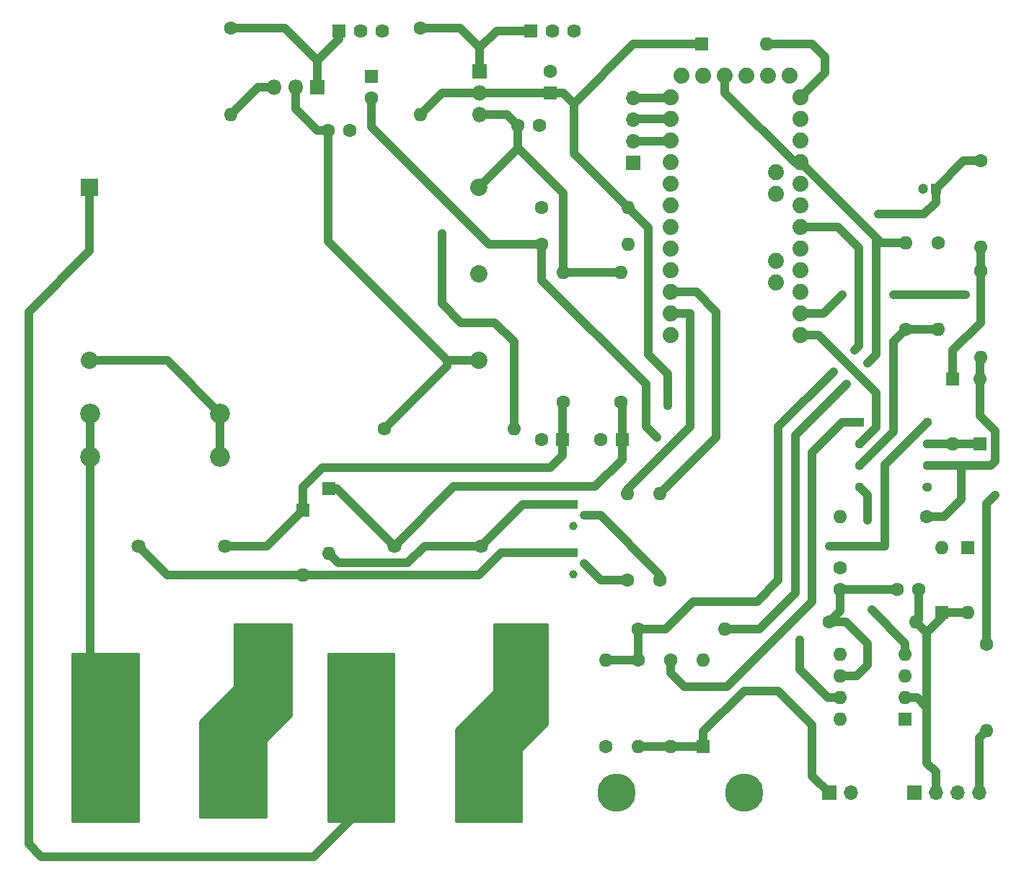
<source format=gbr>
%TF.GenerationSoftware,KiCad,Pcbnew,(5.1.10)-1*%
%TF.CreationDate,2022-04-20T23:12:05+01:00*%
%TF.ProjectId,EV_Charger2,45565f43-6861-4726-9765-72322e6b6963,rev?*%
%TF.SameCoordinates,Original*%
%TF.FileFunction,Copper,L1,Top*%
%TF.FilePolarity,Positive*%
%FSLAX46Y46*%
G04 Gerber Fmt 4.6, Leading zero omitted, Abs format (unit mm)*
G04 Created by KiCad (PCBNEW (5.1.10)-1) date 2022-04-20 23:12:05*
%MOMM*%
%LPD*%
G01*
G04 APERTURE LIST*
%TA.AperFunction,ComponentPad*%
%ADD10R,1.600000X1.600000*%
%TD*%
%TA.AperFunction,ComponentPad*%
%ADD11O,1.600000X1.600000*%
%TD*%
%TA.AperFunction,ComponentPad*%
%ADD12C,1.600000*%
%TD*%
%TA.AperFunction,ComponentPad*%
%ADD13O,2.670000X5.340000*%
%TD*%
%TA.AperFunction,ComponentPad*%
%ADD14O,5.850000X2.925000*%
%TD*%
%TA.AperFunction,ComponentPad*%
%ADD15C,1.635000*%
%TD*%
%TA.AperFunction,ComponentPad*%
%ADD16C,1.000000*%
%TD*%
%TA.AperFunction,ComponentPad*%
%ADD17R,1.000000X1.000000*%
%TD*%
%TA.AperFunction,ComponentPad*%
%ADD18R,1.620000X1.620000*%
%TD*%
%TA.AperFunction,ComponentPad*%
%ADD19C,1.620000*%
%TD*%
%TA.AperFunction,ComponentPad*%
%ADD20C,2.350000*%
%TD*%
%TA.AperFunction,ComponentPad*%
%ADD21C,1.130000*%
%TD*%
%TA.AperFunction,ComponentPad*%
%ADD22R,1.130000X1.130000*%
%TD*%
%TA.AperFunction,ComponentPad*%
%ADD23O,1.700000X1.700000*%
%TD*%
%TA.AperFunction,ComponentPad*%
%ADD24R,1.700000X1.700000*%
%TD*%
%TA.AperFunction,ComponentPad*%
%ADD25C,4.500880*%
%TD*%
%TA.AperFunction,ComponentPad*%
%ADD26R,1.800000X1.800000*%
%TD*%
%TA.AperFunction,ComponentPad*%
%ADD27O,1.800000X1.800000*%
%TD*%
%TA.AperFunction,ComponentPad*%
%ADD28C,1.879600*%
%TD*%
%TA.AperFunction,ComponentPad*%
%ADD29C,2.030000*%
%TD*%
%TA.AperFunction,ComponentPad*%
%ADD30R,2.030000X2.030000*%
%TD*%
%TA.AperFunction,ComponentPad*%
%ADD31R,1.200000X1.200000*%
%TD*%
%TA.AperFunction,ComponentPad*%
%ADD32C,1.200000*%
%TD*%
%TA.AperFunction,ViaPad*%
%ADD33C,0.800000*%
%TD*%
%TA.AperFunction,Conductor*%
%ADD34C,1.000000*%
%TD*%
%TA.AperFunction,Conductor*%
%ADD35C,0.254000*%
%TD*%
%TA.AperFunction,Conductor*%
%ADD36C,0.100000*%
%TD*%
G04 APERTURE END LIST*
D10*
%TO.P,D7,1*%
%TO.N,+12V*%
X203000000Y-24000000D03*
D11*
%TO.P,D7,2*%
%TO.N,Net-(D7-Pad2)*%
X210620000Y-24000000D03*
%TD*%
D12*
%TO.P,R12,1*%
%TO.N,/GFCI*%
X235750000Y-37750000D03*
D11*
%TO.P,R12,2*%
%TO.N,Net-(D4-Pad1)*%
X235750000Y-47910000D03*
%TD*%
D12*
%TO.P,R11,1*%
%TO.N,-15V*%
X165750000Y-69250000D03*
D11*
%TO.P,R11,2*%
%TO.N,+15V*%
X180990000Y-69250000D03*
%TD*%
D13*
%TO.P,K1,3*%
%TO.N,/N_Out*%
X181875000Y-95000000D03*
D14*
%TO.P,K1,4*%
%TO.N,/N_In*%
X163125000Y-98430000D03*
D15*
%TO.P,K1,2*%
%TO.N,Net-(D5-Pad2)*%
X177095000Y-82990000D03*
%TO.P,K1,1*%
%TO.N,Net-(C4-Pad1)*%
X166935000Y-82990000D03*
%TD*%
D12*
%TO.P,R14,1*%
%TO.N,Net-(C5-Pad1)*%
X186750000Y-66040000D03*
D11*
%TO.P,R14,2*%
%TO.N,+15V*%
X186750000Y-50800000D03*
%TD*%
D12*
%TO.P,R13,1*%
%TO.N,Net-(C4-Pad1)*%
X193548000Y-66040000D03*
D11*
%TO.P,R13,2*%
%TO.N,+15V*%
X193548000Y-50800000D03*
%TD*%
D16*
%TO.P,Q2,2*%
%TO.N,Net-(Q2-Pad2)*%
X189230000Y-85020000D03*
%TO.P,Q2,3*%
%TO.N,Earth*%
X187960000Y-86290000D03*
D17*
%TO.P,Q2,1*%
%TO.N,Net-(D6-Pad2)*%
X187960000Y-83750000D03*
%TD*%
D12*
%TO.P,R17,1*%
%TO.N,-12V*%
X184250000Y-47500000D03*
D11*
%TO.P,R17,2*%
%TO.N,Earth*%
X194410000Y-47500000D03*
%TD*%
D12*
%TO.P,R3,1*%
%TO.N,Earth*%
X184250000Y-43250000D03*
D11*
%TO.P,R3,2*%
%TO.N,+12V*%
X194410000Y-43250000D03*
%TD*%
D18*
%TO.P,RV2,1*%
%TO.N,Net-(R19-Pad1)*%
X160460000Y-22500000D03*
D19*
%TO.P,RV2,2*%
%TO.N,Earth*%
X163000000Y-22500000D03*
%TO.P,RV2,3*%
X165540000Y-22500000D03*
%TD*%
D18*
%TO.P,RV1,1*%
%TO.N,Net-(R18-Pad1)*%
X182960000Y-22500000D03*
D19*
%TO.P,RV1,2*%
%TO.N,Earth*%
X185500000Y-22500000D03*
%TO.P,RV1,3*%
X188040000Y-22500000D03*
%TD*%
D20*
%TO.P,F1,2*%
%TO.N,/L_In*%
X131180000Y-72500000D03*
X131180000Y-67420000D03*
%TO.P,F1,1*%
%TO.N,Net-(F1-Pad1)*%
X146500000Y-72500000D03*
X146500000Y-67420000D03*
%TD*%
D21*
%TO.P,U3,8*%
%TO.N,+12V*%
X229490000Y-68445000D03*
%TO.P,U3,7*%
%TO.N,Net-(D3-Pad1)*%
X229490000Y-70985000D03*
%TO.P,U3,6*%
%TO.N,Net-(D3-Pad2)*%
X229490000Y-73525000D03*
%TO.P,U3,5*%
%TO.N,Earth*%
X229490000Y-76065000D03*
%TO.P,U3,4*%
%TO.N,-12V*%
X221550000Y-76065000D03*
%TO.P,U3,3*%
%TO.N,Net-(R5-Pad1)*%
X221550000Y-73525000D03*
%TO.P,U3,2*%
%TO.N,/PWM*%
X221550000Y-70985000D03*
D22*
%TO.P,U3,1*%
%TO.N,Net-(R8-Pad1)*%
X221550000Y-68445000D03*
%TD*%
D23*
%TO.P,J3,2*%
%TO.N,Earth*%
X220540000Y-112000000D03*
D24*
%TO.P,J3,1*%
%TO.N,Net-(J3-Pad1)*%
X218000000Y-112000000D03*
%TD*%
D25*
%TO.P,GND,1*%
%TO.N,Earth*%
X208000000Y-112000000D03*
%TD*%
%TO.P,GND,1*%
%TO.N,Earth*%
X193000000Y-112000000D03*
%TD*%
%TO.P,N Out,1*%
%TO.N,/N_Out*%
X178000000Y-112000000D03*
%TD*%
%TO.P,N In,1*%
%TO.N,/N_In*%
X163000000Y-112000000D03*
%TD*%
%TO.P,L Out,1*%
%TO.N,/L_Out*%
X148000000Y-112000000D03*
%TD*%
%TO.P,L In,1*%
%TO.N,/L_In*%
X133000000Y-112000000D03*
%TD*%
D12*
%TO.P,R20,1*%
%TO.N,/PWM_Read*%
X195580000Y-92710000D03*
D11*
%TO.P,R20,2*%
%TO.N,+5V*%
X205740000Y-92710000D03*
%TD*%
D12*
%TO.P,R19,1*%
%TO.N,Net-(R19-Pad1)*%
X147755000Y-22115000D03*
D11*
%TO.P,R19,2*%
%TO.N,-12V*%
X147755000Y-32275000D03*
%TD*%
D12*
%TO.P,R18,1*%
%TO.N,Net-(R18-Pad1)*%
X169980000Y-22115000D03*
D11*
%TO.P,R18,2*%
%TO.N,+12V*%
X169980000Y-32275000D03*
%TD*%
D24*
%TO.P,J2,1*%
%TO.N,Earth*%
X195000000Y-38000000D03*
D23*
%TO.P,J2,2*%
%TO.N,Net-(J2-Pad2)*%
X195000000Y-35460000D03*
%TO.P,J2,3*%
%TO.N,Net-(J2-Pad3)*%
X195000000Y-32920000D03*
%TO.P,J2,4*%
%TO.N,Net-(J2-Pad4)*%
X195000000Y-30380000D03*
%TD*%
D10*
%TO.P,C9,1*%
%TO.N,Earth*%
X164265000Y-27830000D03*
D12*
%TO.P,C9,2*%
%TO.N,-12V*%
X164265000Y-30330000D03*
%TD*%
D10*
%TO.P,C8,1*%
%TO.N,+12V*%
X185220000Y-29735000D03*
D12*
%TO.P,C8,2*%
%TO.N,Earth*%
X185220000Y-27235000D03*
%TD*%
%TO.P,C7,1*%
%TO.N,-15V*%
X159185000Y-34180000D03*
%TO.P,C7,2*%
%TO.N,Earth*%
X161685000Y-34180000D03*
%TD*%
%TO.P,C6,1*%
%TO.N,Earth*%
X183950000Y-33545000D03*
%TO.P,C6,2*%
%TO.N,+15V*%
X181450000Y-33545000D03*
%TD*%
D26*
%TO.P,U6,1*%
%TO.N,Net-(R19-Pad1)*%
X157915000Y-29100000D03*
D27*
%TO.P,U6,2*%
%TO.N,-15V*%
X155375000Y-29100000D03*
%TO.P,U6,3*%
%TO.N,-12V*%
X152835000Y-29100000D03*
%TD*%
D26*
%TO.P,U5,1*%
%TO.N,Net-(R18-Pad1)*%
X176965000Y-27195000D03*
D27*
%TO.P,U5,2*%
%TO.N,+12V*%
X176965000Y-29735000D03*
%TO.P,U5,3*%
%TO.N,+15V*%
X176965000Y-32275000D03*
%TD*%
D10*
%TO.P,TVS1,1*%
%TO.N,Net-(J3-Pad1)*%
X203200000Y-106585000D03*
D11*
%TO.P,TVS1,2*%
%TO.N,Earth*%
X203200000Y-96425000D03*
%TD*%
D12*
%TO.P,R16,1*%
%TO.N,Net-(Q2-Pad2)*%
X194310000Y-86995000D03*
D11*
%TO.P,R16,2*%
%TO.N,/Relay_2_Drive*%
X194310000Y-76835000D03*
%TD*%
D12*
%TO.P,R15,1*%
%TO.N,Net-(Q1-Pad2)*%
X198120000Y-86995000D03*
D11*
%TO.P,R15,2*%
%TO.N,/Relay_1_Drive*%
X198120000Y-76835000D03*
%TD*%
D12*
%TO.P,R10,1*%
%TO.N,Earth*%
X191770000Y-106585000D03*
D11*
%TO.P,R10,2*%
%TO.N,/PWM_Read*%
X191770000Y-96425000D03*
%TD*%
D12*
%TO.P,R9,1*%
%TO.N,/PWM_Read*%
X195580000Y-96425000D03*
D11*
%TO.P,R9,2*%
%TO.N,Net-(J3-Pad1)*%
X195580000Y-106585000D03*
%TD*%
D12*
%TO.P,R8,1*%
%TO.N,Net-(R8-Pad1)*%
X199390000Y-96425000D03*
D11*
%TO.P,R8,2*%
%TO.N,Net-(J3-Pad1)*%
X199390000Y-106585000D03*
%TD*%
D12*
%TO.P,R7,1*%
%TO.N,Net-(D4-Pad1)*%
X235750000Y-50665000D03*
D11*
%TO.P,R7,2*%
%TO.N,Net-(D3-Pad2)*%
X235750000Y-60825000D03*
%TD*%
D12*
%TO.P,R6,1*%
%TO.N,Earth*%
X230765000Y-47365000D03*
D11*
%TO.P,R6,2*%
%TO.N,Net-(R5-Pad1)*%
X230765000Y-57525000D03*
%TD*%
D12*
%TO.P,R5,1*%
%TO.N,Net-(R5-Pad1)*%
X226955000Y-57525000D03*
D11*
%TO.P,R5,2*%
%TO.N,+5V*%
X226955000Y-47365000D03*
%TD*%
D12*
%TO.P,R4,1*%
%TO.N,Net-(D3-Pad2)*%
X229465000Y-79500000D03*
D11*
%TO.P,R4,2*%
%TO.N,Net-(C2-Pad1)*%
X219305000Y-79500000D03*
%TD*%
D12*
%TO.P,R2,1*%
%TO.N,Net-(C1-Pad1)*%
X218035000Y-91940000D03*
D11*
%TO.P,R2,2*%
%TO.N,Net-(C1-Pad2)*%
X228195000Y-91940000D03*
%TD*%
D12*
%TO.P,R1,1*%
%TO.N,/GFCI_Test*%
X236500000Y-94500000D03*
D11*
%TO.P,R1,2*%
%TO.N,Net-(J1-Pad4)*%
X236500000Y-104660000D03*
%TD*%
D28*
%TO.P,U1,JP1_1*%
%TO.N,Net-(U1-PadJP1_1)*%
X213350000Y-27760000D03*
%TO.P,U1,JP1_2*%
%TO.N,Net-(U1-PadJP1_2)*%
X210810000Y-27760000D03*
%TO.P,U1,JP1_3*%
%TO.N,Net-(U1-PadJP1_3)*%
X208270000Y-27760000D03*
%TO.P,U1,JP1_4*%
%TO.N,+5V*%
X205730000Y-27760000D03*
%TO.P,U1,JP1_5*%
%TO.N,Earth*%
X203190000Y-27760000D03*
%TO.P,U1,JP1_6*%
X200650000Y-27760000D03*
%TO.P,U1,JP2_1*%
%TO.N,Net-(U1-PadJP2_1)*%
X211699000Y-41603000D03*
%TO.P,U1,JP2_2*%
%TO.N,Net-(U1-PadJP2_2)*%
X211699000Y-39063000D03*
%TO.P,U1,JP3_2*%
%TO.N,Net-(U1-PadJP3_2)*%
X211699000Y-49477000D03*
%TO.P,U1,JP3_1*%
%TO.N,Net-(U1-PadJP3_1)*%
X211699000Y-52017000D03*
%TO.P,U1,JP6_1*%
%TO.N,Net-(D7-Pad2)*%
X214620000Y-30300000D03*
%TO.P,U1,JP6_2*%
%TO.N,Earth*%
X214620000Y-32840000D03*
%TO.P,U1,JP6_3*%
%TO.N,Net-(U1-PadJP6_3)*%
X214620000Y-35380000D03*
%TO.P,U1,JP6_4*%
%TO.N,+5V*%
X214620000Y-37920000D03*
%TO.P,U1,JP6_5*%
%TO.N,Net-(U1-PadJP6_5)*%
X214620000Y-40460000D03*
%TO.P,U1,JP6_6*%
%TO.N,Net-(U1-PadJP6_6)*%
X214620000Y-43000000D03*
%TO.P,U1,JP6_7*%
%TO.N,/PWM_Read*%
X214620000Y-45540000D03*
%TO.P,U1,JP6_8*%
%TO.N,/GFCI*%
X214620000Y-48080000D03*
%TO.P,U1,JP6_9*%
%TO.N,Net-(U1-PadJP6_9)*%
X214620000Y-50620000D03*
%TO.P,U1,JP6_10*%
%TO.N,Net-(U1-PadJP6_10)*%
X214620000Y-53160000D03*
%TO.P,U1,JP6_11*%
%TO.N,/GFCI_Test*%
X214620000Y-55700000D03*
%TO.P,U1,JP6_12*%
%TO.N,/PWM*%
X214620000Y-58240000D03*
%TO.P,U1,JP7_1*%
%TO.N,Net-(U1-PadJP7_1)*%
X199380000Y-58240000D03*
%TO.P,U1,JP7_2*%
%TO.N,/Relay_2_Drive*%
X199380000Y-55700000D03*
%TO.P,U1,JP7_3*%
%TO.N,/Relay_1_Drive*%
X199380000Y-53160000D03*
%TO.P,U1,JP7_4*%
%TO.N,Net-(U1-PadJP7_4)*%
X199380000Y-50620000D03*
%TO.P,U1,JP7_5*%
%TO.N,Net-(U1-PadJP7_5)*%
X199380000Y-48080000D03*
%TO.P,U1,JP7_6*%
%TO.N,Net-(U1-PadJP7_6)*%
X199380000Y-45540000D03*
%TO.P,U1,JP7_7*%
%TO.N,Net-(U1-PadJP7_7)*%
X199380000Y-43000000D03*
%TO.P,U1,JP7_8*%
%TO.N,Net-(U1-PadJP7_8)*%
X199380000Y-40460000D03*
%TO.P,U1,JP7_9*%
%TO.N,Earth*%
X199380000Y-37920000D03*
%TO.P,U1,JP7_10*%
%TO.N,Net-(J2-Pad2)*%
X199380000Y-35380000D03*
%TO.P,U1,JP7_11*%
%TO.N,Net-(J2-Pad3)*%
X199380000Y-32840000D03*
%TO.P,U1,JP7_12*%
%TO.N,Net-(J2-Pad4)*%
X199380000Y-30300000D03*
%TD*%
D29*
%TO.P,PS1,3*%
%TO.N,-15V*%
X176860000Y-61160000D03*
%TO.P,PS1,5*%
%TO.N,+15V*%
X176860000Y-40840000D03*
%TO.P,PS1,4*%
%TO.N,Earth*%
X176860000Y-51000000D03*
%TO.P,PS1,2*%
%TO.N,Net-(F1-Pad1)*%
X131140000Y-61160000D03*
D30*
%TO.P,PS1,1*%
%TO.N,/N_In*%
X131140000Y-40840000D03*
%TD*%
D13*
%TO.P,K2,3*%
%TO.N,/L_Out*%
X151875000Y-95000000D03*
D14*
%TO.P,K2,4*%
%TO.N,/L_In*%
X133125000Y-98430000D03*
D15*
%TO.P,K2,2*%
%TO.N,Net-(C5-Pad1)*%
X147095000Y-82990000D03*
%TO.P,K2,1*%
%TO.N,Net-(D6-Pad2)*%
X136935000Y-82990000D03*
%TD*%
D10*
%TO.P,U2,1*%
%TO.N,Net-(U2-Pad1)*%
X226925000Y-103370000D03*
D11*
%TO.P,U2,5*%
%TO.N,Net-(U2-Pad5)*%
X219305000Y-95750000D03*
%TO.P,U2,2*%
%TO.N,Net-(C1-Pad2)*%
X226925000Y-100830000D03*
%TO.P,U2,6*%
%TO.N,Net-(C1-Pad1)*%
X219305000Y-98290000D03*
%TO.P,U2,3*%
%TO.N,Earth*%
X226925000Y-98290000D03*
%TO.P,U2,7*%
%TO.N,+12V*%
X219305000Y-100830000D03*
%TO.P,U2,4*%
%TO.N,-12V*%
X226925000Y-95750000D03*
%TO.P,U2,8*%
%TO.N,Net-(U2-Pad8)*%
X219305000Y-103370000D03*
%TD*%
D16*
%TO.P,Q1,2*%
%TO.N,Net-(Q1-Pad2)*%
X189230000Y-79375000D03*
%TO.P,Q1,3*%
%TO.N,Earth*%
X187960000Y-80645000D03*
D17*
%TO.P,Q1,1*%
%TO.N,Net-(D5-Pad2)*%
X187960000Y-78105000D03*
%TD*%
D24*
%TO.P,J1,1*%
%TO.N,Earth*%
X228000000Y-112000000D03*
D23*
%TO.P,J1,2*%
%TO.N,Net-(C1-Pad2)*%
X230540000Y-112000000D03*
%TO.P,J1,3*%
%TO.N,Earth*%
X233080000Y-112000000D03*
%TO.P,J1,4*%
%TO.N,Net-(J1-Pad4)*%
X235620000Y-112000000D03*
%TD*%
D10*
%TO.P,D6,1*%
%TO.N,Net-(C5-Pad1)*%
X156210000Y-78750000D03*
D11*
%TO.P,D6,2*%
%TO.N,Net-(D6-Pad2)*%
X156210000Y-86370000D03*
%TD*%
D10*
%TO.P,D5,1*%
%TO.N,Net-(C4-Pad1)*%
X159250000Y-76250000D03*
D11*
%TO.P,D5,2*%
%TO.N,Net-(D5-Pad2)*%
X159250000Y-83870000D03*
%TD*%
D10*
%TO.P,D4,1*%
%TO.N,Net-(D4-Pad1)*%
X232505000Y-63365000D03*
D11*
%TO.P,D4,2*%
%TO.N,Net-(D3-Pad1)*%
X232505000Y-70985000D03*
%TD*%
D10*
%TO.P,D3,1*%
%TO.N,Net-(D3-Pad1)*%
X235680000Y-70985000D03*
D11*
%TO.P,D3,2*%
%TO.N,Net-(D3-Pad2)*%
X235680000Y-63365000D03*
%TD*%
D10*
%TO.P,D2,1*%
%TO.N,Net-(C1-Pad2)*%
X231250000Y-90820000D03*
D11*
%TO.P,D2,2*%
%TO.N,Earth*%
X231250000Y-83200000D03*
%TD*%
D10*
%TO.P,D1,1*%
%TO.N,Earth*%
X234250000Y-83200000D03*
D11*
%TO.P,D1,2*%
%TO.N,Net-(C1-Pad2)*%
X234250000Y-90820000D03*
%TD*%
D10*
%TO.P,C5,1*%
%TO.N,Net-(C5-Pad1)*%
X186690000Y-70485000D03*
D12*
%TO.P,C5,2*%
%TO.N,Earth*%
X184190000Y-70485000D03*
%TD*%
D10*
%TO.P,C4,1*%
%TO.N,Net-(C4-Pad1)*%
X193675000Y-70485000D03*
D12*
%TO.P,C4,2*%
%TO.N,Earth*%
X191175000Y-70485000D03*
%TD*%
D31*
%TO.P,C3,1*%
%TO.N,/GFCI*%
X230500000Y-41000000D03*
D32*
%TO.P,C3,2*%
%TO.N,Earth*%
X229000000Y-41000000D03*
%TD*%
D12*
%TO.P,C2,1*%
%TO.N,Net-(C2-Pad1)*%
X219305000Y-85590000D03*
%TO.P,C2,2*%
%TO.N,Net-(C1-Pad1)*%
X219305000Y-88090000D03*
%TD*%
%TO.P,C1,1*%
%TO.N,Net-(C1-Pad1)*%
X226000000Y-88130000D03*
%TO.P,C1,2*%
%TO.N,Net-(C1-Pad2)*%
X228500000Y-88130000D03*
%TD*%
D33*
%TO.N,+5V*%
X220000000Y-64000000D03*
X222500000Y-61500000D03*
%TO.N,+12V*%
X214500000Y-94000000D03*
X218000000Y-83000000D03*
X199000000Y-66500000D03*
%TO.N,-12V*%
X223000000Y-90500000D03*
X222500000Y-80000000D03*
X197750000Y-70250000D03*
%TO.N,/GFCI*%
X223750000Y-44000000D03*
%TO.N,/GFCI_Test*%
X237500000Y-77000000D03*
X234000000Y-53500000D03*
X225500000Y-53500000D03*
X219500000Y-53500000D03*
%TO.N,/PWM_Read*%
X218500000Y-62500000D03*
X221000000Y-60000000D03*
%TO.N,+15V*%
X172500000Y-46250000D03*
%TD*%
D34*
%TO.N,Net-(C1-Pad1)*%
X218035000Y-91940000D02*
X219940000Y-91940000D01*
X219940000Y-91940000D02*
X222480000Y-94480000D01*
X222480000Y-94480000D02*
X222480000Y-97020000D01*
X221210000Y-98290000D02*
X222480000Y-97020000D01*
X219305000Y-98290000D02*
X221210000Y-98290000D01*
X219345000Y-88130000D02*
X219305000Y-88090000D01*
X226000000Y-88130000D02*
X219345000Y-88130000D01*
X219305000Y-90670000D02*
X218035000Y-91940000D01*
X219305000Y-88090000D02*
X219305000Y-90670000D01*
%TO.N,Net-(C1-Pad2)*%
X230540000Y-109540000D02*
X230540000Y-112000000D01*
X229465000Y-108465000D02*
X230540000Y-109540000D01*
X228195000Y-91940000D02*
X229465000Y-93210000D01*
X228330000Y-100830000D02*
X229465000Y-101965000D01*
X226925000Y-100830000D02*
X228330000Y-100830000D01*
X229465000Y-101965000D02*
X229465000Y-108465000D01*
X229465000Y-93210000D02*
X229465000Y-101965000D01*
X234250000Y-90820000D02*
X231250000Y-90820000D01*
X231250000Y-91425000D02*
X229465000Y-93210000D01*
X231250000Y-90820000D02*
X231250000Y-91425000D01*
X228500000Y-91635000D02*
X228195000Y-91940000D01*
X228500000Y-88130000D02*
X228500000Y-91635000D01*
%TO.N,Earth*%
X184150000Y-70445000D02*
X184190000Y-70485000D01*
X229465000Y-76090000D02*
X229490000Y-76065000D01*
%TO.N,Net-(C4-Pad1)*%
X193675000Y-66167000D02*
X193548000Y-66040000D01*
X193675000Y-70485000D02*
X193675000Y-66167000D01*
X193675000Y-72825000D02*
X190500000Y-76000000D01*
X193675000Y-70485000D02*
X193675000Y-72825000D01*
X173925000Y-76000000D02*
X166935000Y-82990000D01*
X190500000Y-76000000D02*
X173925000Y-76000000D01*
X160195000Y-76250000D02*
X159250000Y-76250000D01*
X166935000Y-82990000D02*
X160195000Y-76250000D01*
%TO.N,Net-(D3-Pad1)*%
X229490000Y-70985000D02*
X232505000Y-70985000D01*
X235680000Y-70985000D02*
X232505000Y-70985000D01*
%TO.N,Net-(D5-Pad2)*%
X181980000Y-78105000D02*
X177095000Y-82990000D01*
X187960000Y-78105000D02*
X181980000Y-78105000D01*
X177095000Y-82990000D02*
X170510000Y-82990000D01*
X170510000Y-82990000D02*
X168500000Y-85000000D01*
X160380000Y-85000000D02*
X159250000Y-83870000D01*
X168500000Y-85000000D02*
X160380000Y-85000000D01*
%TO.N,Net-(J1-Pad4)*%
X235620000Y-105540000D02*
X236500000Y-104660000D01*
X235620000Y-112000000D02*
X235620000Y-105540000D01*
%TO.N,Net-(Q1-Pad2)*%
X189230000Y-79375000D02*
X191135000Y-79375000D01*
X198120000Y-86360000D02*
X198120000Y-86995000D01*
X191135000Y-79375000D02*
X198120000Y-86360000D01*
%TO.N,Net-(Q2-Pad2)*%
X191205000Y-86995000D02*
X189230000Y-85020000D01*
X194310000Y-86995000D02*
X191205000Y-86995000D01*
%TO.N,+5V*%
X205740000Y-92710000D02*
X209790000Y-92710000D01*
X209790000Y-92710000D02*
X214000000Y-88500000D01*
X214000000Y-88500000D02*
X214000000Y-71500000D01*
X214620000Y-37920000D02*
X213920000Y-37920000D01*
X205730000Y-29730000D02*
X205730000Y-27760000D01*
X213920000Y-37920000D02*
X205730000Y-29730000D01*
X214620000Y-37920000D02*
X223500000Y-46800000D01*
X224065000Y-47365000D02*
X223500000Y-46800000D01*
X226955000Y-47365000D02*
X224065000Y-47365000D01*
X214000000Y-71500000D02*
X214000000Y-70000000D01*
X214000000Y-70000000D02*
X220000000Y-64000000D01*
X223500000Y-50820000D02*
X223500000Y-46800000D01*
X223500000Y-60500000D02*
X223500000Y-50820000D01*
X222500000Y-61500000D02*
X223500000Y-60500000D01*
%TO.N,Net-(R5-Pad1)*%
X230765000Y-57525000D02*
X226955000Y-57525000D01*
X225500000Y-58980000D02*
X226955000Y-57525000D01*
X225500000Y-69575000D02*
X225500000Y-58980000D01*
X221550000Y-73525000D02*
X225500000Y-69575000D01*
%TO.N,Net-(R8-Pad1)*%
X199390000Y-96425000D02*
X199390000Y-97890000D01*
X199390000Y-97890000D02*
X201000000Y-99500000D01*
X201000000Y-99500000D02*
X206000000Y-99500000D01*
X206000000Y-99500000D02*
X216000000Y-89500000D01*
X216000000Y-89500000D02*
X216000000Y-72000000D01*
X219555000Y-68445000D02*
X221550000Y-68445000D01*
X216000000Y-72000000D02*
X219555000Y-68445000D01*
%TO.N,+12V*%
X172520000Y-29735000D02*
X169980000Y-32275000D01*
X176965000Y-29735000D02*
X172520000Y-29735000D01*
X176965000Y-29735000D02*
X185220000Y-29735000D01*
X185220000Y-29735000D02*
X186235000Y-29735000D01*
X219305000Y-100830000D02*
X217830000Y-100830000D01*
X217830000Y-100830000D02*
X214500000Y-97500000D01*
X214500000Y-97500000D02*
X214500000Y-94000000D01*
X218000000Y-83000000D02*
X224500000Y-83000000D01*
X224500000Y-73435000D02*
X229490000Y-68445000D01*
X224500000Y-83000000D02*
X224500000Y-73435000D01*
X195000000Y-24000000D02*
X188000000Y-31000000D01*
X186735000Y-29735000D02*
X188000000Y-31000000D01*
X185220000Y-29735000D02*
X186735000Y-29735000D01*
X199000000Y-66500000D02*
X199000000Y-62750000D01*
X199000000Y-62750000D02*
X196750000Y-60500000D01*
X196750000Y-45590000D02*
X194410000Y-43250000D01*
X196750000Y-60500000D02*
X196750000Y-45590000D01*
X188000000Y-36840000D02*
X194410000Y-43250000D01*
X188000000Y-31000000D02*
X188000000Y-36840000D01*
X195000000Y-24000000D02*
X203000000Y-24000000D01*
%TO.N,-12V*%
X150930000Y-29100000D02*
X147755000Y-32275000D01*
X152835000Y-29100000D02*
X150930000Y-29100000D01*
X226925000Y-95750000D02*
X226925000Y-94425000D01*
X226925000Y-94425000D02*
X223000000Y-90500000D01*
X222500000Y-77015000D02*
X221550000Y-76065000D01*
X222500000Y-80000000D02*
X222500000Y-77015000D01*
X164265000Y-31765000D02*
X164265000Y-30330000D01*
X164265000Y-33765000D02*
X164265000Y-31765000D01*
X178000000Y-47500000D02*
X164265000Y-33765000D01*
X184250000Y-47500000D02*
X178000000Y-47500000D01*
X197750000Y-70250000D02*
X196500000Y-69000000D01*
X196500000Y-69000000D02*
X196500000Y-64000000D01*
X184250000Y-51750000D02*
X184250000Y-47500000D01*
X196500000Y-64000000D02*
X184250000Y-51750000D01*
%TO.N,/GFCI*%
X233750000Y-37750000D02*
X230500000Y-41000000D01*
X235750000Y-37750000D02*
X233750000Y-37750000D01*
X229100000Y-44000000D02*
X230500000Y-42600000D01*
X230500000Y-42600000D02*
X230500000Y-41000000D01*
X223750000Y-44000000D02*
X229100000Y-44000000D01*
%TO.N,Net-(J2-Pad2)*%
X199300000Y-35460000D02*
X199380000Y-35380000D01*
X195000000Y-35460000D02*
X199300000Y-35460000D01*
%TO.N,Net-(J2-Pad3)*%
X195080000Y-32840000D02*
X195000000Y-32920000D01*
X199380000Y-32840000D02*
X195080000Y-32840000D01*
%TO.N,Net-(J2-Pad4)*%
X199300000Y-30380000D02*
X199380000Y-30300000D01*
X195000000Y-30380000D02*
X199300000Y-30380000D01*
%TO.N,/GFCI_Test*%
X236500000Y-94500000D02*
X236500000Y-78000000D01*
X236500000Y-78000000D02*
X237500000Y-77000000D01*
X234000000Y-53500000D02*
X225500000Y-53500000D01*
X217300000Y-55700000D02*
X219500000Y-53500000D01*
X214620000Y-55700000D02*
X217300000Y-55700000D01*
%TO.N,Net-(R18-Pad1)*%
X169980000Y-22115000D02*
X174615000Y-22115000D01*
X176965000Y-24465000D02*
X176965000Y-27195000D01*
X174615000Y-22115000D02*
X176965000Y-24465000D01*
X178930000Y-22500000D02*
X176965000Y-24465000D01*
X182960000Y-22500000D02*
X178930000Y-22500000D01*
%TO.N,/PWM_Read*%
X191770000Y-96425000D02*
X195580000Y-96425000D01*
X195580000Y-92710000D02*
X195580000Y-96425000D01*
X195580000Y-92710000D02*
X198790000Y-92710000D01*
X198790000Y-92710000D02*
X202000000Y-89500000D01*
X202000000Y-89500000D02*
X209500000Y-89500000D01*
X209500000Y-89500000D02*
X212000000Y-87000000D01*
X212000000Y-87000000D02*
X212000000Y-80500000D01*
X212000000Y-69000000D02*
X218500000Y-62500000D01*
X212000000Y-80500000D02*
X212000000Y-69000000D01*
X221000000Y-60000000D02*
X221500000Y-59500000D01*
X214620000Y-45540000D02*
X219040000Y-45540000D01*
X221500000Y-48000000D02*
X221500000Y-59500000D01*
X219040000Y-45540000D02*
X221500000Y-48000000D01*
%TO.N,/Relay_2_Drive*%
X194310000Y-76360000D02*
X194310000Y-76835000D01*
X201700000Y-68970000D02*
X194310000Y-76360000D01*
X201700000Y-55700000D02*
X201700000Y-68970000D01*
X199380000Y-55700000D02*
X201700000Y-55700000D01*
%TO.N,/Relay_1_Drive*%
X202160000Y-53160000D02*
X199380000Y-53160000D01*
X202160000Y-53160000D02*
X202410000Y-53160000D01*
X198120000Y-76835000D02*
X204750000Y-70205000D01*
X204750000Y-55500000D02*
X202410000Y-53160000D01*
X204750000Y-70205000D02*
X204750000Y-55500000D01*
%TO.N,/PWM*%
X223500000Y-69035000D02*
X221550000Y-70985000D01*
X223500000Y-65000000D02*
X223500000Y-69035000D01*
X216740000Y-58240000D02*
X223500000Y-65000000D01*
X214620000Y-58240000D02*
X216740000Y-58240000D01*
%TO.N,Net-(D3-Pad2)*%
X235680000Y-67680000D02*
X237500000Y-69500000D01*
X235680000Y-67680000D02*
X235680000Y-63365000D01*
X237500000Y-69474998D02*
X237500000Y-73000000D01*
X235680000Y-63365000D02*
X235680000Y-60825000D01*
X236975000Y-73525000D02*
X237500000Y-73000000D01*
X229465000Y-79500000D02*
X231500000Y-79500000D01*
X233475000Y-77525000D02*
X233475000Y-73525000D01*
X231500000Y-79500000D02*
X233475000Y-77525000D01*
X233475000Y-73525000D02*
X236975000Y-73525000D01*
X229490000Y-73525000D02*
X233475000Y-73525000D01*
%TO.N,Net-(J3-Pad1)*%
X195580000Y-106585000D02*
X199390000Y-106585000D01*
X199390000Y-106585000D02*
X203200000Y-106585000D01*
X203200000Y-106585000D02*
X203200000Y-104800000D01*
X203200000Y-104800000D02*
X208000000Y-100000000D01*
X208000000Y-100000000D02*
X212000000Y-100000000D01*
X212000000Y-100000000D02*
X216000000Y-104000000D01*
X216000000Y-110000000D02*
X218000000Y-112000000D01*
X216000000Y-104000000D02*
X216000000Y-110000000D01*
%TO.N,/L_In*%
X133125000Y-98430000D02*
X133125000Y-97565000D01*
X131180000Y-67420000D02*
X131180000Y-72500000D01*
X131180000Y-96485000D02*
X133125000Y-98430000D01*
X131180000Y-72500000D02*
X131180000Y-96485000D01*
%TO.N,/N_In*%
X157500000Y-119500000D02*
X163000000Y-114000000D01*
X125500000Y-119500000D02*
X157500000Y-119500000D01*
X124000000Y-118000000D02*
X125500000Y-119500000D01*
X124000000Y-55480000D02*
X124000000Y-118000000D01*
X131140000Y-48340000D02*
X124000000Y-55480000D01*
X131140000Y-40840000D02*
X131140000Y-48340000D01*
%TO.N,Net-(F1-Pad1)*%
X146500000Y-72500000D02*
X146500000Y-67420000D01*
X140240000Y-61160000D02*
X146500000Y-67420000D01*
X131140000Y-61160000D02*
X140240000Y-61160000D01*
%TO.N,Net-(R19-Pad1)*%
X150295000Y-22115000D02*
X154105000Y-22115000D01*
X157915000Y-25925000D02*
X157915000Y-29100000D01*
X154105000Y-22115000D02*
X157915000Y-25925000D01*
X150295000Y-22115000D02*
X147755000Y-22115000D01*
X160460000Y-23380000D02*
X157915000Y-25925000D01*
X160460000Y-22500000D02*
X160460000Y-23380000D01*
%TO.N,+15V*%
X180180000Y-32275000D02*
X181450000Y-33545000D01*
X176965000Y-32275000D02*
X180180000Y-32275000D01*
X181450000Y-33545000D02*
X181450000Y-35490000D01*
X181450000Y-36250000D02*
X181450000Y-35490000D01*
X176860000Y-40840000D02*
X181450000Y-36250000D01*
X193548000Y-50800000D02*
X186750000Y-50800000D01*
X181450000Y-36250000D02*
X181500000Y-36250000D01*
X186750000Y-41500000D02*
X186750000Y-50800000D01*
X181500000Y-36250000D02*
X186750000Y-41500000D01*
X180990000Y-58990000D02*
X180990000Y-69250000D01*
X178750000Y-56750000D02*
X180990000Y-58990000D01*
X174750000Y-56750000D02*
X178750000Y-56750000D01*
X172500000Y-54500000D02*
X174750000Y-56750000D01*
X172500000Y-46250000D02*
X172500000Y-54500000D01*
%TO.N,-15V*%
X155375000Y-29100000D02*
X155375000Y-31640000D01*
X157915000Y-34180000D02*
X159185000Y-34180000D01*
X155375000Y-31640000D02*
X157915000Y-34180000D01*
X159185000Y-47185000D02*
X159185000Y-34180000D01*
X173160000Y-61160000D02*
X159185000Y-47185000D01*
X176860000Y-61160000D02*
X173160000Y-61160000D01*
X176860000Y-60630000D02*
X176860000Y-61160000D01*
X173160000Y-61840000D02*
X165750000Y-69250000D01*
X173160000Y-61160000D02*
X173160000Y-61840000D01*
%TO.N,Net-(C5-Pad1)*%
X151970000Y-82990000D02*
X156210000Y-78750000D01*
X147095000Y-82990000D02*
X151970000Y-82990000D01*
X186690000Y-70485000D02*
X186690000Y-72310000D01*
X186690000Y-72310000D02*
X185250000Y-73750000D01*
X185250000Y-73750000D02*
X158500000Y-73750000D01*
X156210000Y-76040000D02*
X156210000Y-78750000D01*
X158500000Y-73750000D02*
X156210000Y-76040000D01*
X186690000Y-66100000D02*
X186750000Y-66040000D01*
X186690000Y-70485000D02*
X186690000Y-66100000D01*
%TO.N,Net-(D6-Pad2)*%
X140315000Y-86370000D02*
X156210000Y-86370000D01*
X136935000Y-82990000D02*
X140315000Y-86370000D01*
X187960000Y-83750000D02*
X179500000Y-83750000D01*
X176880000Y-86370000D02*
X179500000Y-83750000D01*
X156210000Y-86370000D02*
X176880000Y-86370000D01*
%TO.N,Net-(D4-Pad1)*%
X235750000Y-50665000D02*
X235750000Y-47910000D01*
X232505000Y-59995000D02*
X232505000Y-63365000D01*
X235750000Y-56750000D02*
X232505000Y-59995000D01*
X235750000Y-50665000D02*
X235750000Y-56750000D01*
%TO.N,Net-(D7-Pad2)*%
X214620000Y-30300000D02*
X217500000Y-27420000D01*
X217500000Y-27420000D02*
X217500000Y-25500000D01*
X217500000Y-25500000D02*
X216000000Y-24000000D01*
X216000000Y-24000000D02*
X210620000Y-24000000D01*
%TD*%
D35*
%TO.N,/L_In*%
X136873000Y-115373000D02*
X129127000Y-115373000D01*
X129127000Y-95627000D01*
X136873000Y-95627000D01*
X136873000Y-115373000D01*
%TA.AperFunction,Conductor*%
D36*
G36*
X136873000Y-115373000D02*
G01*
X129127000Y-115373000D01*
X129127000Y-95627000D01*
X136873000Y-95627000D01*
X136873000Y-115373000D01*
G37*
%TD.AperFunction*%
%TD*%
D35*
%TO.N,/N_In*%
X166873000Y-115373000D02*
X159127000Y-115373000D01*
X159127000Y-95627000D01*
X166873000Y-95627000D01*
X166873000Y-115373000D01*
%TA.AperFunction,Conductor*%
D36*
G36*
X166873000Y-115373000D02*
G01*
X159127000Y-115373000D01*
X159127000Y-95627000D01*
X166873000Y-95627000D01*
X166873000Y-115373000D01*
G37*
%TD.AperFunction*%
%TD*%
D35*
%TO.N,/L_Out*%
X154873000Y-102947394D02*
X151910197Y-105910197D01*
X151894403Y-105929443D01*
X151882667Y-105951399D01*
X151875440Y-105975224D01*
X151873000Y-106000000D01*
X151873000Y-114873000D01*
X144127000Y-114873000D01*
X144127000Y-103552606D01*
X148089803Y-99589803D01*
X148105597Y-99570557D01*
X148117333Y-99548601D01*
X148124560Y-99524776D01*
X148127000Y-99500000D01*
X148127000Y-92127000D01*
X154873000Y-92127000D01*
X154873000Y-102947394D01*
%TA.AperFunction,Conductor*%
D36*
G36*
X154873000Y-102947394D02*
G01*
X151910197Y-105910197D01*
X151894403Y-105929443D01*
X151882667Y-105951399D01*
X151875440Y-105975224D01*
X151873000Y-106000000D01*
X151873000Y-114873000D01*
X144127000Y-114873000D01*
X144127000Y-103552606D01*
X148089803Y-99589803D01*
X148105597Y-99570557D01*
X148117333Y-99548601D01*
X148124560Y-99524776D01*
X148127000Y-99500000D01*
X148127000Y-92127000D01*
X154873000Y-92127000D01*
X154873000Y-102947394D01*
G37*
%TD.AperFunction*%
%TD*%
D35*
%TO.N,/N_Out*%
X184873000Y-103947394D02*
X181910197Y-106910197D01*
X181894403Y-106929443D01*
X181882667Y-106951399D01*
X181875440Y-106975224D01*
X181873000Y-107000000D01*
X181873000Y-115373000D01*
X174127000Y-115373000D01*
X174127000Y-104552606D01*
X178589803Y-100089803D01*
X178605597Y-100070557D01*
X178617333Y-100048601D01*
X178624560Y-100024776D01*
X178627000Y-100000000D01*
X178627000Y-92127000D01*
X184873000Y-92127000D01*
X184873000Y-103947394D01*
%TA.AperFunction,Conductor*%
D36*
G36*
X184873000Y-103947394D02*
G01*
X181910197Y-106910197D01*
X181894403Y-106929443D01*
X181882667Y-106951399D01*
X181875440Y-106975224D01*
X181873000Y-107000000D01*
X181873000Y-115373000D01*
X174127000Y-115373000D01*
X174127000Y-104552606D01*
X178589803Y-100089803D01*
X178605597Y-100070557D01*
X178617333Y-100048601D01*
X178624560Y-100024776D01*
X178627000Y-100000000D01*
X178627000Y-92127000D01*
X184873000Y-92127000D01*
X184873000Y-103947394D01*
G37*
%TD.AperFunction*%
%TD*%
M02*

</source>
